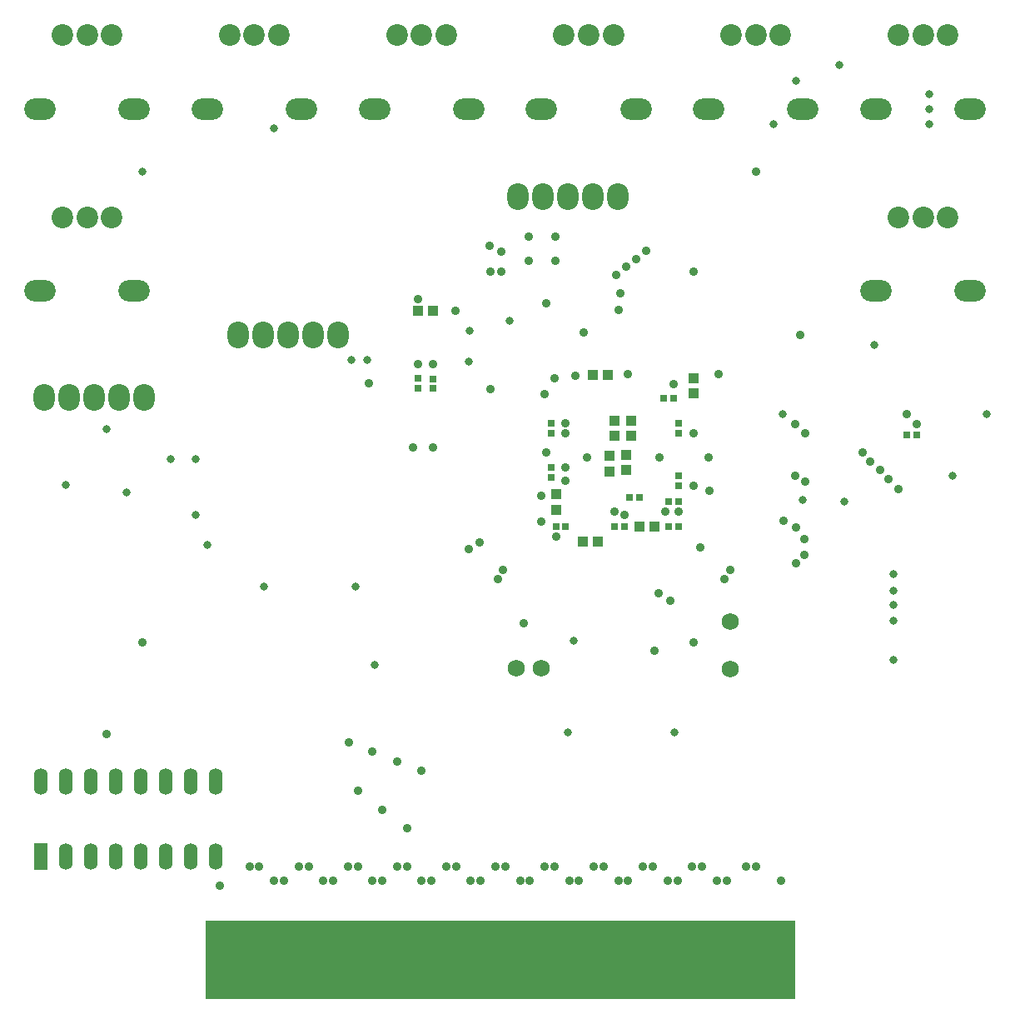
<source format=gbs>
G04*
G04 #@! TF.GenerationSoftware,Altium Limited,Altium Designer,19.0.15 (446)*
G04*
G04 Layer_Color=16711935*
%FSLAX42Y42*%
%MOMM*%
G71*
G01*
G75*
%ADD13R,60.02X8.00*%
%ADD14R,0.80X0.80*%
%ADD15R,1.10X1.05*%
%ADD18R,1.05X1.10*%
%ADD20R,0.80X0.80*%
%ADD26O,1.65X7.20*%
%ADD27R,1.65X7.20*%
%ADD29O,3.20X2.20*%
%ADD30C,2.20*%
%ADD31O,2.20X2.70*%
%ADD32C,1.73*%
%ADD33O,1.40X2.70*%
%ADD34R,1.40X2.70*%
%ADD35C,0.80*%
%ADD36C,0.90*%
D13*
X5101Y-9550D02*
D03*
D14*
X6916Y-4093D02*
D03*
Y-4193D02*
D03*
X6916Y-4626D02*
D03*
Y-4726D02*
D03*
X5616Y-4643D02*
D03*
Y-4543D02*
D03*
Y-4193D02*
D03*
Y-4093D02*
D03*
X4420Y-3741D02*
D03*
Y-3641D02*
D03*
X4265Y-3639D02*
D03*
Y-3739D02*
D03*
D15*
X6385Y-4415D02*
D03*
Y-4570D02*
D03*
X6215Y-4427D02*
D03*
Y-4582D02*
D03*
X6436Y-4065D02*
D03*
Y-4220D02*
D03*
X6266Y-4065D02*
D03*
Y-4220D02*
D03*
X5666Y-4970D02*
D03*
Y-4815D02*
D03*
X7066Y-3633D02*
D03*
Y-3788D02*
D03*
D18*
X6673Y-5143D02*
D03*
X6518D02*
D03*
X5939Y-5293D02*
D03*
X6094D02*
D03*
X4265Y-2954D02*
D03*
X4420D02*
D03*
X6039Y-3606D02*
D03*
X6194D02*
D03*
D20*
X6766Y-3843D02*
D03*
X6866D02*
D03*
X6816Y-4893D02*
D03*
X6916D02*
D03*
X6516Y-4843D02*
D03*
X6416D02*
D03*
X5666Y-5143D02*
D03*
X5766D02*
D03*
X9332Y-4214D02*
D03*
X9232D02*
D03*
X6366Y-5143D02*
D03*
X6266D02*
D03*
X6916D02*
D03*
X6816D02*
D03*
D26*
X7377Y-9544D02*
D03*
X6367D02*
D03*
X5357D02*
D03*
X7629D02*
D03*
X6872D02*
D03*
X6619D02*
D03*
X6114D02*
D03*
X5862D02*
D03*
X5104D02*
D03*
X4852D02*
D03*
X4599D02*
D03*
X4347D02*
D03*
X4094D02*
D03*
X3589D02*
D03*
X3337D02*
D03*
X2832D02*
D03*
X2579D02*
D03*
X7124D02*
D03*
X5609D02*
D03*
X3842D02*
D03*
X3084D02*
D03*
D27*
X7882D02*
D03*
X2327D02*
D03*
D29*
X8920Y-900D02*
D03*
X9880D02*
D03*
X7220D02*
D03*
X8180D02*
D03*
X5520Y-900D02*
D03*
X6480D02*
D03*
X3820Y-900D02*
D03*
X4780D02*
D03*
X2120Y-900D02*
D03*
X3080D02*
D03*
X420D02*
D03*
X1380D02*
D03*
X1380Y-2750D02*
D03*
X420D02*
D03*
X9880D02*
D03*
X8920D02*
D03*
D30*
X9150Y-150D02*
D03*
X9650D02*
D03*
X9400D02*
D03*
X7450D02*
D03*
X7950D02*
D03*
X7700D02*
D03*
X5750Y-150D02*
D03*
X6250D02*
D03*
X6000D02*
D03*
X4050Y-150D02*
D03*
X4550D02*
D03*
X4300D02*
D03*
X2350Y-150D02*
D03*
X2850D02*
D03*
X2600D02*
D03*
X650D02*
D03*
X1150D02*
D03*
X900D02*
D03*
X900Y-2000D02*
D03*
X1150D02*
D03*
X650D02*
D03*
X9400D02*
D03*
X9650D02*
D03*
X9150D02*
D03*
D31*
X5279Y-1794D02*
D03*
X5787D02*
D03*
X6041D02*
D03*
X6295D02*
D03*
X5533D02*
D03*
X2432Y-3197D02*
D03*
X2940D02*
D03*
X3194D02*
D03*
X3448D02*
D03*
X2686D02*
D03*
X1222Y-3833D02*
D03*
X460D02*
D03*
X714D02*
D03*
X968D02*
D03*
X1476D02*
D03*
D32*
X7438Y-6109D02*
D03*
Y-6589D02*
D03*
X5267Y-6579D02*
D03*
X5517Y-6584D02*
D03*
D33*
X2208Y-7738D02*
D03*
X1954D02*
D03*
X1700D02*
D03*
X1446D02*
D03*
X2208Y-8500D02*
D03*
X1954D02*
D03*
X1700D02*
D03*
X1446D02*
D03*
X684D02*
D03*
X938D02*
D03*
X1192D02*
D03*
X430Y-7738D02*
D03*
X684D02*
D03*
X938D02*
D03*
X1192D02*
D03*
D34*
X430Y-8500D02*
D03*
D35*
X7882Y-1050D02*
D03*
X9467Y-750D02*
D03*
Y-900D02*
D03*
Y-1050D02*
D03*
X1750Y-4459D02*
D03*
X2000D02*
D03*
X3589Y-3450D02*
D03*
X4792Y-3150D02*
D03*
X5200Y-3050D02*
D03*
X1100Y-4150D02*
D03*
X2000Y-5026D02*
D03*
X3750Y-3450D02*
D03*
X4777Y-3471D02*
D03*
X10050Y-4004D02*
D03*
X9101Y-6500D02*
D03*
X6872Y-7233D02*
D03*
X5787Y-7232D02*
D03*
X3820Y-6550D02*
D03*
X684Y-4722D02*
D03*
X2123Y-5330D02*
D03*
X2700Y-5750D02*
D03*
X3632D02*
D03*
X5850Y-6300D02*
D03*
X9097Y-6100D02*
D03*
X8550Y-450D02*
D03*
X9100Y-5943D02*
D03*
X8110Y-617D02*
D03*
X9100Y-5793D02*
D03*
X9101Y-5628D02*
D03*
X7973Y-4004D02*
D03*
X8180Y-4876D02*
D03*
X8900Y-3300D02*
D03*
X8600Y-4893D02*
D03*
X2802Y-1100D02*
D03*
X1462Y-1540D02*
D03*
X1300Y-4800D02*
D03*
X9700Y-4626D02*
D03*
D36*
X7377Y-5680D02*
D03*
X7438Y-5580D02*
D03*
X6831Y-5900D02*
D03*
X5566Y-2874D02*
D03*
X7066Y-2550D02*
D03*
X3652Y-7824D02*
D03*
X5130Y-5580D02*
D03*
X5080Y-5680D02*
D03*
X6281Y-2584D02*
D03*
X1462Y-6318D02*
D03*
X4992Y-2290D02*
D03*
X5110Y-2350D02*
D03*
Y-2550D02*
D03*
X5000D02*
D03*
X3562Y-7334D02*
D03*
X7980Y-5080D02*
D03*
X8110Y-5150D02*
D03*
X8190Y-5270D02*
D03*
Y-5430D02*
D03*
X8110Y-5514D02*
D03*
X4782Y-5374D02*
D03*
X8200Y-4690D02*
D03*
X8102Y-4630D02*
D03*
X8200Y-4193D02*
D03*
X8102Y-4100D02*
D03*
X8150Y-3197D02*
D03*
X7700Y-1540D02*
D03*
X1100Y-7250D02*
D03*
X5552Y-3794D02*
D03*
X6402Y-3594D02*
D03*
X7322D02*
D03*
X3762Y-3684D02*
D03*
X3802Y-7431D02*
D03*
X4152Y-8204D02*
D03*
X4302Y-7624D02*
D03*
X4052Y-7527D02*
D03*
X5952Y-3174D02*
D03*
X5662Y-2444D02*
D03*
Y-2194D02*
D03*
X5392Y-2444D02*
D03*
Y-2194D02*
D03*
X4262Y-2834D02*
D03*
X5342Y-6124D02*
D03*
X7066Y-6318D02*
D03*
X6712Y-5824D02*
D03*
X6672Y-6404D02*
D03*
X5002Y-3744D02*
D03*
X4892Y-5304D02*
D03*
X3402Y-8744D02*
D03*
X3302D02*
D03*
X6302Y-2944D02*
D03*
X6322Y-2774D02*
D03*
X6381Y-2504D02*
D03*
X6482Y-2424D02*
D03*
X6581Y-2344D02*
D03*
X9152Y-4764D02*
D03*
X9052Y-4664D02*
D03*
X8962Y-4570D02*
D03*
X8862Y-4484D02*
D03*
X8782Y-4391D02*
D03*
X3902Y-8024D02*
D03*
X4552Y-8594D02*
D03*
X4652D02*
D03*
X7702Y-8599D02*
D03*
X7602Y-8594D02*
D03*
X5981Y-4443D02*
D03*
X5566Y-4393D02*
D03*
X5516Y-4826D02*
D03*
X6716Y-4443D02*
D03*
X7216D02*
D03*
X7231Y-4776D02*
D03*
X5516Y-5093D02*
D03*
X7131Y-5356D02*
D03*
X5866Y-3608D02*
D03*
X5649Y-3633D02*
D03*
X6866Y-3693D02*
D03*
X7066Y-4193D02*
D03*
Y-4726D02*
D03*
X6781Y-4993D02*
D03*
X6916Y-4993D02*
D03*
X6366Y-5026D02*
D03*
X6266Y-4993D02*
D03*
X5666Y-5241D02*
D03*
X5766Y-4676D02*
D03*
Y-4543D02*
D03*
Y-4193D02*
D03*
Y-4093D02*
D03*
X2649Y-8594D02*
D03*
X2552D02*
D03*
X7402Y-8744D02*
D03*
X7302D02*
D03*
X7152Y-8594D02*
D03*
X7052D02*
D03*
X6902Y-8744D02*
D03*
X6802D02*
D03*
X6652Y-8594D02*
D03*
X6552D02*
D03*
X6402Y-8744D02*
D03*
X6302D02*
D03*
X6152Y-8594D02*
D03*
X6052D02*
D03*
X5902Y-8744D02*
D03*
X5802D02*
D03*
X5652Y-8594D02*
D03*
X5552D02*
D03*
X5402Y-8744D02*
D03*
X5302D02*
D03*
X5152Y-8594D02*
D03*
X5052D02*
D03*
X4902Y-8744D02*
D03*
X4802D02*
D03*
X7952D02*
D03*
X2252Y-8794D02*
D03*
X4302Y-8744D02*
D03*
X2802D02*
D03*
X3052Y-8594D02*
D03*
X3552D02*
D03*
X3802Y-8744D02*
D03*
X4052Y-8594D02*
D03*
X4402Y-8744D02*
D03*
X9332Y-4104D02*
D03*
X9232Y-4004D02*
D03*
X4643Y-2954D02*
D03*
X4215Y-4341D02*
D03*
X4415D02*
D03*
Y-3491D02*
D03*
X4265D02*
D03*
X4152Y-8594D02*
D03*
X3902Y-8744D02*
D03*
X3652Y-8594D02*
D03*
X3152D02*
D03*
X2902Y-8744D02*
D03*
M02*

</source>
